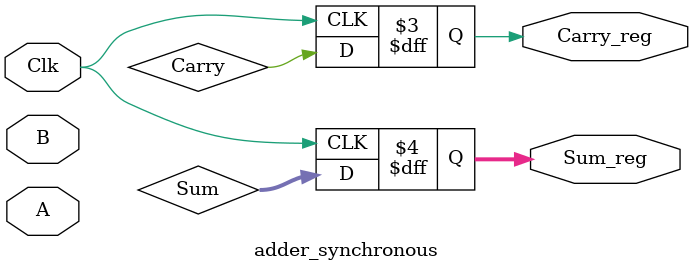
<source format=v>
`timescale 1ns / 1ps


module adder_synchronous(Carry_reg, Sum_reg, Clk, A, B);

    output reg Carry_reg;
    output reg [1:0] Sum_reg;
    
    input wire Clk;
    input wire [1:0] A, B;
    
    reg [1:0] A_reg, B_reg;
    wire Carry;
    wire [1:0] Sum;
    
    always@(posedge Clk)
        begin
            A_reg <= A;
            B_reg <= B;
        end
    
    always@(posedge Clk)
        begin
            Carry_reg <= Carry;
            Sum_reg <= Sum;
        end
endmodule

</source>
